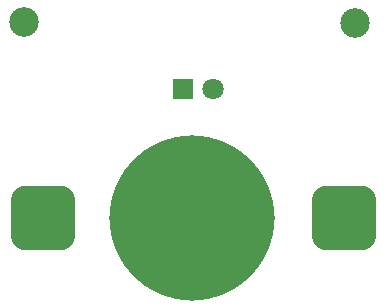
<source format=gbs>
G04 #@! TF.GenerationSoftware,KiCad,Pcbnew,8.0.6-8.0.6-0~ubuntu24.04.1*
G04 #@! TF.CreationDate,2024-11-08T14:35:46+00:00*
G04 #@! TF.ProjectId,I_Can_Solder_Badge,495f4361-6e5f-4536-9f6c-6465725f4261,rev?*
G04 #@! TF.SameCoordinates,Original*
G04 #@! TF.FileFunction,Soldermask,Bot*
G04 #@! TF.FilePolarity,Negative*
%FSLAX46Y46*%
G04 Gerber Fmt 4.6, Leading zero omitted, Abs format (unit mm)*
G04 Created by KiCad (PCBNEW 8.0.6-8.0.6-0~ubuntu24.04.1) date 2024-11-08 14:35:46*
%MOMM*%
%LPD*%
G01*
G04 APERTURE LIST*
G04 Aperture macros list*
%AMRoundRect*
0 Rectangle with rounded corners*
0 $1 Rounding radius*
0 $2 $3 $4 $5 $6 $7 $8 $9 X,Y pos of 4 corners*
0 Add a 4 corners polygon primitive as box body*
4,1,4,$2,$3,$4,$5,$6,$7,$8,$9,$2,$3,0*
0 Add four circle primitives for the rounded corners*
1,1,$1+$1,$2,$3*
1,1,$1+$1,$4,$5*
1,1,$1+$1,$6,$7*
1,1,$1+$1,$8,$9*
0 Add four rect primitives between the rounded corners*
20,1,$1+$1,$2,$3,$4,$5,0*
20,1,$1+$1,$4,$5,$6,$7,0*
20,1,$1+$1,$6,$7,$8,$9,0*
20,1,$1+$1,$8,$9,$2,$3,0*%
G04 Aperture macros list end*
%ADD10C,2.500000*%
%ADD11R,1.800000X1.800000*%
%ADD12C,1.800000*%
%ADD13RoundRect,1.375000X-1.375000X-1.375000X1.375000X-1.375000X1.375000X1.375000X-1.375000X1.375000X0*%
%ADD14C,14.000000*%
G04 APERTURE END LIST*
D10*
X154800000Y-53900000D03*
D11*
X140225000Y-59500000D03*
D12*
X142765000Y-59500000D03*
D10*
X126800000Y-53800000D03*
D13*
X128400000Y-70400000D03*
X153900000Y-70400000D03*
D14*
X141060000Y-70400000D03*
M02*

</source>
